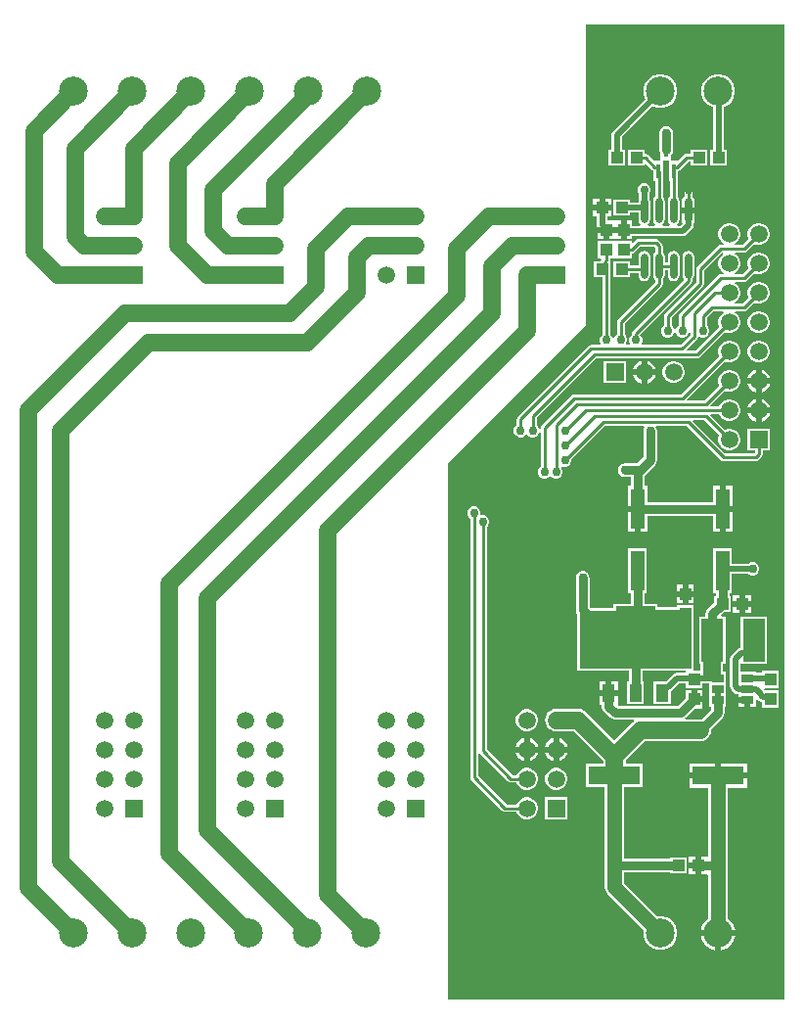
<source format=gtl>
G04*
G04 #@! TF.GenerationSoftware,Altium Limited,Altium Designer,24.5.2 (23)*
G04*
G04 Layer_Physical_Order=1*
G04 Layer_Color=255*
%FSLAX25Y25*%
%MOIN*%
G70*
G04*
G04 #@! TF.SameCoordinates,2268A734-3591-48FF-B187-AB4D2D4595D2*
G04*
G04*
G04 #@! TF.FilePolarity,Positive*
G04*
G01*
G75*
%ADD11C,0.01000*%
%ADD17R,0.03937X0.04331*%
%ADD18R,0.04331X0.03937*%
%ADD19O,0.02362X0.08661*%
%ADD20R,0.01575X0.05118*%
%ADD21R,0.17717X0.06496*%
%ADD22R,0.03937X0.02756*%
%ADD23R,0.07480X0.14567*%
%ADD24R,0.04724X0.13780*%
%ADD25R,0.04331X0.06102*%
%ADD26R,0.04331X0.06102*%
%ADD27R,0.13583X0.06102*%
%ADD44C,0.03000*%
%ADD45C,0.02000*%
%ADD46C,0.05000*%
%ADD47C,0.06000*%
%ADD48R,0.38000X0.19000*%
%ADD49R,0.06000X0.15000*%
%ADD50C,0.09843*%
%ADD51R,0.05906X0.05906*%
%ADD52C,0.05906*%
%ADD53R,0.05906X0.05906*%
%ADD54C,0.03000*%
G36*
X266404Y1313D02*
X151500D01*
Y184000D01*
X198500Y231000D01*
Y333333D01*
X266404D01*
Y1313D01*
D02*
G37*
%LPC*%
G36*
X224759Y316359D02*
X223256D01*
X221804Y315970D01*
X220502Y315218D01*
X219439Y314155D01*
X218688Y312854D01*
X218299Y311402D01*
Y309898D01*
X218688Y308447D01*
X218885Y308105D01*
X207865Y297085D01*
X207470Y296494D01*
X207331Y295796D01*
X207331Y295796D01*
Y290756D01*
X206201D01*
Y285244D01*
X212106D01*
Y290756D01*
X210976D01*
Y295041D01*
X221462Y305528D01*
X221804Y305330D01*
X223256Y304941D01*
X224759D01*
X226211Y305330D01*
X227513Y306082D01*
X228576Y307145D01*
X229327Y308447D01*
X229716Y309898D01*
Y311402D01*
X229327Y312854D01*
X228576Y314155D01*
X227513Y315218D01*
X226211Y315970D01*
X224759Y316359D01*
D02*
G37*
G36*
X226056Y298762D02*
X225164Y298584D01*
X224407Y298079D01*
X223901Y297322D01*
X223724Y296430D01*
Y290734D01*
X223901Y289841D01*
X224131Y289498D01*
X224131Y287037D01*
X223706Y286856D01*
X221869D01*
X219796Y288928D01*
X219371Y289213D01*
X218868Y289313D01*
X218799D01*
Y290756D01*
X212894D01*
Y285244D01*
X218799D01*
Y285560D01*
X219261Y285751D01*
X221189Y283823D01*
X221615Y283539D01*
X221784Y283505D01*
Y280163D01*
X222187D01*
Y274640D01*
X222081Y274569D01*
X221646Y273918D01*
X221493Y273150D01*
Y266850D01*
X221646Y266082D01*
X222081Y265431D01*
X222244Y265322D01*
X222092Y264822D01*
X219908D01*
X219756Y265322D01*
X219919Y265431D01*
X220354Y266082D01*
X220507Y266850D01*
Y273150D01*
X220354Y273918D01*
X220322Y273965D01*
Y275588D01*
X220439Y275704D01*
X220787Y276545D01*
Y277455D01*
X220439Y278296D01*
X219796Y278939D01*
X218955Y279287D01*
X218045D01*
X217204Y278939D01*
X216561Y278296D01*
X216213Y277455D01*
Y276545D01*
X216561Y275704D01*
X216678Y275588D01*
Y273965D01*
X216646Y273918D01*
X216493Y273150D01*
Y272822D01*
X213799D01*
Y273756D01*
X207894D01*
Y268244D01*
X213799D01*
Y269178D01*
X216493D01*
Y266850D01*
X216646Y266082D01*
X217081Y265431D01*
X217244Y265322D01*
X217092Y264822D01*
X214469D01*
Y266512D01*
X212500D01*
Y263347D01*
Y260181D01*
X214469D01*
Y261178D01*
X231500D01*
X231500Y261178D01*
X232197Y261316D01*
X232789Y261711D01*
X234789Y263711D01*
X234789Y263711D01*
X235184Y264303D01*
X235322Y265000D01*
X235322Y265000D01*
Y265652D01*
X235555Y265999D01*
X235724Y266850D01*
Y269000D01*
X233500D01*
X231276D01*
Y266850D01*
X231445Y265999D01*
X231636Y265714D01*
X230745Y264822D01*
X229908D01*
X229756Y265322D01*
X229919Y265431D01*
X230354Y266082D01*
X230507Y266850D01*
Y273150D01*
X230354Y273918D01*
X229919Y274569D01*
X229813Y274640D01*
Y280163D01*
X230052D01*
Y283505D01*
X230222Y283539D01*
X230647Y283823D01*
X233512Y286687D01*
X234201D01*
Y285244D01*
X240106D01*
Y290756D01*
X234201D01*
Y289313D01*
X232968D01*
X232466Y289213D01*
X232040Y288928D01*
X229967Y286856D01*
X228131D01*
X227706Y287037D01*
X227706Y287356D01*
Y289085D01*
X228211Y289841D01*
X228388Y290734D01*
Y296430D01*
X228211Y297322D01*
X227705Y298079D01*
X226948Y298584D01*
X226056Y298762D01*
D02*
G37*
G36*
X244444Y316359D02*
X242941D01*
X241489Y315970D01*
X240187Y315218D01*
X239124Y314155D01*
X238373Y312854D01*
X237984Y311402D01*
Y309898D01*
X238373Y308447D01*
X239124Y307145D01*
X240187Y306082D01*
X241489Y305330D01*
X242024Y305187D01*
Y290756D01*
X240894D01*
Y285244D01*
X246799D01*
Y290756D01*
X245669D01*
Y305270D01*
X245896Y305330D01*
X247198Y306082D01*
X248261Y307145D01*
X249012Y308447D01*
X249401Y309898D01*
Y311402D01*
X249012Y312854D01*
X248261Y314155D01*
X247198Y315218D01*
X245896Y315970D01*
X244444Y316359D01*
D02*
G37*
G36*
X207319Y273969D02*
X205153D01*
Y272000D01*
X207319D01*
Y273969D01*
D02*
G37*
G36*
X203153D02*
X200988D01*
Y272000D01*
X203153D01*
Y273969D01*
D02*
G37*
G36*
X233500Y278313D02*
X232998Y278213D01*
X232572Y277928D01*
X232287Y277502D01*
X232187Y277000D01*
Y274896D01*
X231927Y274722D01*
X231445Y274001D01*
X231276Y273150D01*
Y271000D01*
X233500D01*
X235724D01*
Y273150D01*
X235555Y274001D01*
X235072Y274722D01*
X234813Y274896D01*
Y277000D01*
X234713Y277502D01*
X234428Y277928D01*
X234002Y278213D01*
X233500Y278313D01*
D02*
G37*
G36*
X204500Y262347D02*
X202532D01*
Y260181D01*
X204500D01*
Y262347D01*
D02*
G37*
G36*
X207319Y270000D02*
X204153D01*
X200988D01*
Y268032D01*
X202331D01*
Y264890D01*
X202331Y264890D01*
X202439Y264347D01*
X205500D01*
Y263347D01*
X206500D01*
Y260181D01*
X208469D01*
Y260181D01*
X208531Y260181D01*
Y260181D01*
X210500D01*
Y263347D01*
Y266512D01*
X208531D01*
Y266512D01*
X208469Y266512D01*
Y266512D01*
X205976D01*
Y268032D01*
X207319D01*
Y270000D01*
D02*
G37*
G36*
X257992Y265740D02*
X257008D01*
X256056Y265485D01*
X255204Y264993D01*
X254507Y264297D01*
X254015Y263444D01*
X253760Y262492D01*
Y261508D01*
X254015Y260556D01*
X254083Y260439D01*
X251956Y258313D01*
X249594D01*
X249460Y258813D01*
X249797Y259007D01*
X250493Y259703D01*
X250985Y260556D01*
X251240Y261508D01*
Y262492D01*
X250985Y263444D01*
X250493Y264297D01*
X249797Y264993D01*
X248944Y265485D01*
X247992Y265740D01*
X247008D01*
X246056Y265485D01*
X245203Y264993D01*
X244507Y264297D01*
X244015Y263444D01*
X243760Y262492D01*
Y261508D01*
X244015Y260556D01*
X244507Y259703D01*
X245203Y259007D01*
X245540Y258813D01*
X245406Y258313D01*
X244500D01*
X243998Y258213D01*
X243572Y257928D01*
X236572Y250928D01*
X236287Y250502D01*
X236187Y250000D01*
Y245544D01*
X225572Y234928D01*
X225287Y234502D01*
X225187Y234000D01*
Y230922D01*
X224561Y230296D01*
X224213Y229455D01*
Y228545D01*
X224561Y227704D01*
X225204Y227061D01*
X226045Y226713D01*
X226955D01*
X227796Y227061D01*
X228439Y227704D01*
X228750Y228455D01*
X228758Y228456D01*
X229242D01*
X229250Y228455D01*
X229561Y227704D01*
X230204Y227061D01*
X231045Y226713D01*
X231955D01*
X232796Y227061D01*
X233439Y227704D01*
X233687Y228304D01*
X234187Y228204D01*
Y227544D01*
X230835Y224191D01*
X217822D01*
X217605Y224691D01*
X217909Y225424D01*
Y226334D01*
X217561Y227174D01*
X217046Y227689D01*
X234428Y245072D01*
X234713Y245498D01*
X234813Y246000D01*
Y246462D01*
X234919Y246533D01*
X235354Y247185D01*
X235507Y247953D01*
Y254252D01*
X235354Y255020D01*
X234919Y255671D01*
X234268Y256106D01*
X233500Y256259D01*
X232732Y256106D01*
X232081Y255671D01*
X231646Y255020D01*
X231493Y254252D01*
Y247953D01*
X231646Y247185D01*
X232081Y246534D01*
X232089Y246446D01*
X214693Y229049D01*
X214409Y228624D01*
X214309Y228121D01*
Y227801D01*
X213682Y227174D01*
X213334Y226334D01*
Y225424D01*
X213637Y224691D01*
X213421Y224191D01*
X212579D01*
X212388Y224653D01*
X212439Y224704D01*
X212787Y225545D01*
Y226455D01*
X212439Y227296D01*
X211813Y227922D01*
Y231456D01*
X224428Y244072D01*
X224713Y244498D01*
X224813Y245000D01*
Y246462D01*
X224919Y246533D01*
X225354Y247185D01*
X225507Y247953D01*
Y249790D01*
X226493D01*
Y247953D01*
X226646Y247185D01*
X227081Y246533D01*
X227732Y246098D01*
X228500Y245946D01*
X229268Y246098D01*
X229919Y246533D01*
X230354Y247185D01*
X230507Y247953D01*
Y254252D01*
X230354Y255020D01*
X229919Y255671D01*
X229268Y256106D01*
X228500Y256259D01*
X227732Y256106D01*
X227081Y255671D01*
X226646Y255020D01*
X226493Y254252D01*
Y252415D01*
X225507D01*
Y254252D01*
X225354Y255020D01*
X224919Y255671D01*
X224813Y255742D01*
Y258000D01*
X224713Y258502D01*
X224428Y258928D01*
X223428Y259928D01*
X223002Y260213D01*
X222500Y260313D01*
X216500D01*
X215998Y260213D01*
X215572Y259928D01*
X214718Y259074D01*
X214256Y259265D01*
Y259606D01*
X208744D01*
Y259606D01*
X208256Y259606D01*
Y259606D01*
X202744D01*
Y253701D01*
X203640D01*
X203719Y253623D01*
X203894Y253201D01*
X203710Y252925D01*
X203677Y252756D01*
X201201D01*
Y247244D01*
X204187D01*
Y227680D01*
X203682Y227174D01*
X203334Y226334D01*
Y225424D01*
X203637Y224691D01*
X203421Y224191D01*
X200379D01*
X199876Y224091D01*
X199451Y223807D01*
X175451Y199807D01*
X175166Y199381D01*
X175066Y198879D01*
Y197044D01*
X174440Y196417D01*
X174091Y195576D01*
Y194666D01*
X174440Y193826D01*
X175083Y193182D01*
X175924Y192834D01*
X176834D01*
X177674Y193182D01*
X178071Y193579D01*
X178513Y193692D01*
X178705Y193560D01*
X179204Y193061D01*
X180045Y192713D01*
X180955D01*
X181796Y193061D01*
X182439Y193704D01*
X182687Y194304D01*
X183187Y194204D01*
Y182922D01*
X182561Y182296D01*
X182213Y181455D01*
Y180545D01*
X182561Y179704D01*
X183204Y179061D01*
X184045Y178713D01*
X184955D01*
X185796Y179061D01*
X186173Y179438D01*
X186500Y179663D01*
X186827Y179438D01*
X187204Y179061D01*
X188045Y178713D01*
X188955D01*
X189796Y179061D01*
X190439Y179704D01*
X190787Y180545D01*
Y181455D01*
X190439Y182296D01*
X190223Y182512D01*
X190506Y182936D01*
X191045Y182713D01*
X191955D01*
X192796Y183061D01*
X193439Y183704D01*
X193787Y184545D01*
Y185431D01*
X205044Y196687D01*
X218275D01*
X218542Y196187D01*
X218345Y195893D01*
X218168Y195000D01*
Y185966D01*
X216134Y183933D01*
X216106Y183938D01*
X211877D01*
X210985Y183761D01*
X210228Y183255D01*
X209722Y182499D01*
X209545Y181606D01*
X209722Y180713D01*
X210228Y179957D01*
X210985Y179451D01*
X211877Y179274D01*
X213878D01*
Y176304D01*
X212848D01*
Y169414D01*
X216210D01*
Y168414D01*
X217210D01*
Y160524D01*
X219572D01*
Y166082D01*
X241848D01*
Y160524D01*
X244210D01*
Y168414D01*
Y176304D01*
X241848D01*
Y170746D01*
X219572D01*
Y176304D01*
X218542D01*
Y179744D01*
X222149Y183351D01*
X222655Y184107D01*
X222832Y185000D01*
Y195000D01*
X222655Y195893D01*
X222458Y196187D01*
X222725Y196687D01*
X232956D01*
X244572Y185072D01*
X244998Y184787D01*
X245500Y184687D01*
X256500D01*
X257002Y184787D01*
X257428Y185072D01*
X258428Y186072D01*
X258713Y186498D01*
X258813Y187000D01*
Y188260D01*
X261240D01*
Y195740D01*
X253760D01*
Y188260D01*
X256187D01*
Y187544D01*
X255956Y187313D01*
X246044D01*
X235131Y198225D01*
X235322Y198687D01*
X238956D01*
X244083Y193561D01*
X244015Y193444D01*
X243760Y192492D01*
Y191508D01*
X244015Y190556D01*
X244507Y189704D01*
X245203Y189007D01*
X246056Y188515D01*
X247008Y188260D01*
X247992D01*
X248944Y188515D01*
X249797Y189007D01*
X250493Y189704D01*
X250985Y190556D01*
X251240Y191508D01*
Y192492D01*
X250985Y193444D01*
X250493Y194297D01*
X249797Y194993D01*
X248944Y195485D01*
X247992Y195740D01*
X247008D01*
X246056Y195485D01*
X245939Y195417D01*
X241131Y200225D01*
X241322Y200687D01*
X243980D01*
X244015Y200556D01*
X244507Y199704D01*
X245203Y199007D01*
X246056Y198515D01*
X247008Y198260D01*
X247992D01*
X248944Y198515D01*
X249797Y199007D01*
X250493Y199704D01*
X250985Y200556D01*
X251240Y201508D01*
Y202492D01*
X250985Y203444D01*
X250493Y204296D01*
X249797Y204993D01*
X248944Y205485D01*
X247992Y205740D01*
X247008D01*
X246056Y205485D01*
X245203Y204993D01*
X244507Y204296D01*
X244015Y203444D01*
X243980Y203313D01*
X241322D01*
X241131Y203775D01*
X245939Y208583D01*
X246056Y208515D01*
X247008Y208260D01*
X247992D01*
X248944Y208515D01*
X249797Y209007D01*
X250493Y209703D01*
X250985Y210556D01*
X251240Y211508D01*
Y212492D01*
X250985Y213444D01*
X250493Y214297D01*
X249797Y214993D01*
X248944Y215485D01*
X247992Y215740D01*
X247008D01*
X246056Y215485D01*
X245203Y214993D01*
X244507Y214297D01*
X244015Y213444D01*
X243760Y212492D01*
Y211508D01*
X244015Y210556D01*
X244083Y210439D01*
X238956Y205313D01*
X233322D01*
X233131Y205775D01*
X245939Y218583D01*
X246056Y218515D01*
X247008Y218260D01*
X247992D01*
X248944Y218515D01*
X249797Y219007D01*
X250493Y219704D01*
X250985Y220556D01*
X251240Y221508D01*
Y222492D01*
X250985Y223444D01*
X250493Y224296D01*
X249797Y224993D01*
X248944Y225485D01*
X247992Y225740D01*
X247008D01*
X246056Y225485D01*
X245203Y224993D01*
X244507Y224296D01*
X244015Y223444D01*
X243760Y222492D01*
Y221508D01*
X244015Y220556D01*
X244083Y220439D01*
X230956Y207313D01*
X194500D01*
X193998Y207213D01*
X193572Y206928D01*
X183572Y196928D01*
X183287Y196502D01*
X183187Y196000D01*
Y195796D01*
X182687Y195696D01*
X182439Y196296D01*
X181813Y196922D01*
Y199456D01*
X202044Y219687D01*
X236500D01*
X237002Y219787D01*
X237428Y220072D01*
X245939Y228583D01*
X246056Y228515D01*
X247008Y228260D01*
X247992D01*
X248944Y228515D01*
X249797Y229007D01*
X250493Y229703D01*
X250985Y230556D01*
X251240Y231508D01*
Y232492D01*
X250985Y233444D01*
X250493Y234296D01*
X249797Y234993D01*
X249460Y235187D01*
X249594Y235687D01*
X252500D01*
X253002Y235787D01*
X253428Y236072D01*
X255939Y238583D01*
X256056Y238515D01*
X257008Y238260D01*
X257992D01*
X258944Y238515D01*
X259797Y239007D01*
X260493Y239703D01*
X260985Y240556D01*
X261240Y241508D01*
Y242492D01*
X260985Y243444D01*
X260493Y244297D01*
X259797Y244993D01*
X258944Y245485D01*
X257992Y245740D01*
X257008D01*
X256056Y245485D01*
X255204Y244993D01*
X254507Y244297D01*
X254015Y243444D01*
X253760Y242492D01*
Y241508D01*
X254015Y240556D01*
X254083Y240439D01*
X251956Y238313D01*
X249594D01*
X249460Y238813D01*
X249797Y239007D01*
X250493Y239703D01*
X250985Y240556D01*
X251240Y241508D01*
Y242492D01*
X250985Y243444D01*
X250493Y244297D01*
X249797Y244993D01*
X249460Y245187D01*
X249594Y245687D01*
X252500D01*
X253002Y245787D01*
X253428Y246072D01*
X255939Y248583D01*
X256056Y248515D01*
X257008Y248260D01*
X257992D01*
X258944Y248515D01*
X259797Y249007D01*
X260493Y249704D01*
X260985Y250556D01*
X261240Y251508D01*
Y252492D01*
X260985Y253444D01*
X260493Y254296D01*
X259797Y254993D01*
X258944Y255485D01*
X257992Y255740D01*
X257008D01*
X256056Y255485D01*
X255204Y254993D01*
X254507Y254296D01*
X254015Y253444D01*
X253760Y252492D01*
Y251508D01*
X254015Y250556D01*
X254083Y250439D01*
X251956Y248313D01*
X249594D01*
X249460Y248813D01*
X249797Y249007D01*
X250493Y249704D01*
X250985Y250556D01*
X251240Y251508D01*
Y252492D01*
X250985Y253444D01*
X250493Y254296D01*
X249797Y254993D01*
X249460Y255187D01*
X249594Y255687D01*
X252500D01*
X253002Y255787D01*
X253428Y256072D01*
X255939Y258583D01*
X256056Y258515D01*
X257008Y258260D01*
X257992D01*
X258944Y258515D01*
X259797Y259007D01*
X260493Y259703D01*
X260985Y260556D01*
X261240Y261508D01*
Y262492D01*
X260985Y263444D01*
X260493Y264297D01*
X259797Y264993D01*
X258944Y265485D01*
X257992Y265740D01*
D02*
G37*
G36*
Y235740D02*
X257008D01*
X256056Y235485D01*
X255204Y234993D01*
X254507Y234296D01*
X254015Y233444D01*
X253760Y232492D01*
Y231508D01*
X254015Y230556D01*
X254507Y229703D01*
X255204Y229007D01*
X256056Y228515D01*
X257008Y228260D01*
X257992D01*
X258944Y228515D01*
X259797Y229007D01*
X260493Y229703D01*
X260985Y230556D01*
X261240Y231508D01*
Y232492D01*
X260985Y233444D01*
X260493Y234296D01*
X259797Y234993D01*
X258944Y235485D01*
X257992Y235740D01*
D02*
G37*
G36*
Y225740D02*
X257008D01*
X256056Y225485D01*
X255204Y224993D01*
X254507Y224296D01*
X254015Y223444D01*
X253760Y222492D01*
Y221508D01*
X254015Y220556D01*
X254507Y219704D01*
X255204Y219007D01*
X256056Y218515D01*
X257008Y218260D01*
X257992D01*
X258944Y218515D01*
X259797Y219007D01*
X260493Y219704D01*
X260985Y220556D01*
X261240Y221508D01*
Y222492D01*
X260985Y223444D01*
X260493Y224296D01*
X259797Y224993D01*
X258944Y225485D01*
X257992Y225740D01*
D02*
G37*
G36*
X219500Y218824D02*
Y216000D01*
X222324D01*
X222183Y216526D01*
X221663Y217427D01*
X220927Y218163D01*
X220026Y218683D01*
X219500Y218824D01*
D02*
G37*
G36*
X217500D02*
X216974Y218683D01*
X216073Y218163D01*
X215337Y217427D01*
X214817Y216526D01*
X214676Y216000D01*
X217500D01*
Y218824D01*
D02*
G37*
G36*
X258500Y215824D02*
Y213000D01*
X261324D01*
X261183Y213526D01*
X260663Y214427D01*
X259927Y215163D01*
X259026Y215683D01*
X258500Y215824D01*
D02*
G37*
G36*
X256500D02*
X255974Y215683D01*
X255073Y215163D01*
X254337Y214427D01*
X253817Y213526D01*
X253676Y213000D01*
X256500D01*
Y215824D01*
D02*
G37*
G36*
X228992Y218740D02*
X228008D01*
X227056Y218485D01*
X226203Y217993D01*
X225507Y217297D01*
X225015Y216444D01*
X224760Y215492D01*
Y214508D01*
X225015Y213556D01*
X225507Y212703D01*
X226203Y212007D01*
X227056Y211515D01*
X228008Y211260D01*
X228992D01*
X229944Y211515D01*
X230797Y212007D01*
X231493Y212703D01*
X231985Y213556D01*
X232240Y214508D01*
Y215492D01*
X231985Y216444D01*
X231493Y217297D01*
X230797Y217993D01*
X229944Y218485D01*
X228992Y218740D01*
D02*
G37*
G36*
X212240D02*
X204760D01*
Y211260D01*
X212240D01*
Y218740D01*
D02*
G37*
G36*
X222324Y214000D02*
X219500D01*
Y211176D01*
X220026Y211317D01*
X220927Y211837D01*
X221663Y212573D01*
X222183Y213474D01*
X222324Y214000D01*
D02*
G37*
G36*
X217500D02*
X214676D01*
X214817Y213474D01*
X215337Y212573D01*
X216073Y211837D01*
X216974Y211317D01*
X217500Y211176D01*
Y214000D01*
D02*
G37*
G36*
X261324Y211000D02*
X258500D01*
Y208176D01*
X259026Y208317D01*
X259927Y208837D01*
X260663Y209573D01*
X261183Y210474D01*
X261324Y211000D01*
D02*
G37*
G36*
X256500D02*
X253676D01*
X253817Y210474D01*
X254337Y209573D01*
X255073Y208837D01*
X255974Y208317D01*
X256500Y208176D01*
Y211000D01*
D02*
G37*
G36*
X258500Y205824D02*
Y203000D01*
X261324D01*
X261183Y203526D01*
X260663Y204427D01*
X259927Y205163D01*
X259026Y205683D01*
X258500Y205824D01*
D02*
G37*
G36*
X256500D02*
X255974Y205683D01*
X255073Y205163D01*
X254337Y204427D01*
X253817Y203526D01*
X253676Y203000D01*
X256500D01*
Y205824D01*
D02*
G37*
G36*
X261324Y201000D02*
X258500D01*
Y198176D01*
X259026Y198317D01*
X259927Y198837D01*
X260663Y199573D01*
X261183Y200474D01*
X261324Y201000D01*
D02*
G37*
G36*
X256500D02*
X253676D01*
X253817Y200474D01*
X254337Y199573D01*
X255073Y198837D01*
X255974Y198317D01*
X256500Y198176D01*
Y201000D01*
D02*
G37*
G36*
X248572Y176304D02*
X246210D01*
Y169414D01*
X248572D01*
Y176304D01*
D02*
G37*
G36*
Y167414D02*
X246210D01*
Y160524D01*
X248572D01*
Y167414D01*
D02*
G37*
G36*
X215210D02*
X212848D01*
Y160524D01*
X215210D01*
Y167414D01*
D02*
G37*
G36*
X235469Y142512D02*
X233500D01*
Y140347D01*
X235469D01*
Y142512D01*
D02*
G37*
G36*
X231500D02*
X229532D01*
Y140347D01*
X231500D01*
Y142512D01*
D02*
G37*
G36*
X255012Y138969D02*
X252846D01*
Y137000D01*
X255012D01*
Y138969D01*
D02*
G37*
G36*
X250846D02*
X248681D01*
Y137000D01*
X250846D01*
Y138969D01*
D02*
G37*
G36*
X235469Y138347D02*
X233500D01*
Y136181D01*
X235469D01*
Y138347D01*
D02*
G37*
G36*
X231500D02*
X229532D01*
Y136181D01*
X231500D01*
Y138347D01*
D02*
G37*
G36*
X255012Y135000D02*
X252846D01*
Y133031D01*
X255012D01*
Y135000D01*
D02*
G37*
G36*
X250846D02*
X248681D01*
Y133031D01*
X250846D01*
Y135000D01*
D02*
G37*
G36*
X248360Y155067D02*
X242060D01*
Y139713D01*
X242878D01*
Y138756D01*
X242201D01*
Y136346D01*
X240091Y134236D01*
X239585Y133479D01*
X239408Y132587D01*
Y131839D01*
X237213D01*
Y115697D01*
X237697D01*
Y113299D01*
X235580D01*
X235456Y113444D01*
X235263Y113799D01*
X235303Y114000D01*
Y133000D01*
X235256Y133236D01*
Y135606D01*
X229744D01*
Y134986D01*
X223079D01*
Y136126D01*
X218542D01*
Y139713D01*
X219360D01*
Y155067D01*
X213060D01*
Y139713D01*
X213878D01*
Y136126D01*
X207921D01*
Y134620D01*
X200179D01*
X199832Y134966D01*
Y145000D01*
X199787Y145225D01*
Y145455D01*
X199699Y145667D01*
X199655Y145893D01*
X199527Y146083D01*
X199439Y146296D01*
X199277Y146458D01*
X199149Y146649D01*
X198958Y146777D01*
X198796Y146939D01*
X198583Y147027D01*
X198392Y147155D01*
X198167Y147199D01*
X197955Y147287D01*
X197725D01*
X197500Y147332D01*
X197275Y147287D01*
X197045D01*
X196833Y147199D01*
X196607Y147155D01*
X196416Y147027D01*
X196204Y146939D01*
X196042Y146777D01*
X195851Y146649D01*
X195723Y146458D01*
X195561Y146296D01*
X195473Y146083D01*
X195345Y145893D01*
X195300Y145667D01*
X195213Y145455D01*
Y145225D01*
X195168Y145000D01*
Y134000D01*
X195345Y133107D01*
X195697Y132581D01*
Y114000D01*
X195758Y113693D01*
X195932Y113432D01*
X196193Y113258D01*
X196500Y113197D01*
X213168D01*
Y109551D01*
X212547D01*
Y101874D01*
X218453D01*
Y109551D01*
X217832D01*
Y113197D01*
X232744D01*
Y112563D01*
X229583D01*
X229583Y112563D01*
X228885Y112424D01*
X228294Y112029D01*
X228294Y112029D01*
X225851Y109586D01*
X225720D01*
X225544Y109551D01*
X221602D01*
Y101874D01*
X227508D01*
Y106217D01*
X227895Y106475D01*
X230338Y108918D01*
X232744D01*
Y107394D01*
X238256D01*
Y108918D01*
X240744D01*
Y104835D01*
Y101094D01*
X241168D01*
Y99966D01*
X237961Y96759D01*
X237500Y96820D01*
X232601D01*
X232450Y97320D01*
X232496Y97351D01*
X235633Y100488D01*
X238469D01*
Y102654D01*
X235500D01*
Y103654D01*
X234500D01*
Y106819D01*
X232531D01*
Y103983D01*
X229880Y101332D01*
X209974D01*
X209610Y101661D01*
Y104713D01*
X203279D01*
Y101661D01*
X204113D01*
Y101055D01*
X204290Y100163D01*
X204796Y99406D01*
X206851Y97351D01*
X207608Y96845D01*
X208500Y96668D01*
X214954D01*
X215123Y96168D01*
X214515Y95701D01*
X208358Y89544D01*
X198701Y99201D01*
X197910Y99808D01*
X196989Y100190D01*
X196494Y100255D01*
X196000Y100320D01*
X188500D01*
X187511Y100190D01*
X186590Y99808D01*
X185799Y99201D01*
X185192Y98410D01*
X184810Y97489D01*
X184680Y96500D01*
X184810Y95511D01*
X185192Y94590D01*
X185799Y93799D01*
X186590Y93192D01*
X187511Y92810D01*
X188500Y92680D01*
X194418D01*
X204538Y82559D01*
Y81611D01*
X198713D01*
Y73540D01*
X205043D01*
Y47000D01*
Y39649D01*
X205155Y38791D01*
X205487Y37991D01*
X206014Y37305D01*
X218355Y24963D01*
X218299Y24752D01*
Y23248D01*
X218688Y21797D01*
X219439Y20495D01*
X220502Y19432D01*
X221804Y18680D01*
X223256Y18291D01*
X224759D01*
X226211Y18680D01*
X227513Y19432D01*
X228576Y20495D01*
X229327Y21797D01*
X229716Y23248D01*
Y24752D01*
X229327Y26204D01*
X228576Y27505D01*
X227513Y28568D01*
X226211Y29320D01*
X224759Y29709D01*
X223256D01*
X223045Y29652D01*
X211674Y41023D01*
Y44668D01*
X227201D01*
Y44244D01*
X233106D01*
Y49756D01*
X227201D01*
Y49332D01*
X211674D01*
Y73540D01*
X218004D01*
Y81611D01*
X212178D01*
Y82559D01*
X218799Y89180D01*
X237500D01*
X238489Y89310D01*
X239410Y89692D01*
X240201Y90299D01*
X240808Y91090D01*
X241190Y92011D01*
X241320Y93000D01*
X241259Y93461D01*
X245149Y97351D01*
X245655Y98107D01*
X245832Y99000D01*
Y101094D01*
X246256D01*
Y104835D01*
Y108575D01*
Y112906D01*
X245303D01*
Y115697D01*
X246268D01*
Y131839D01*
X244944D01*
X244752Y132300D01*
X245696Y133244D01*
X248106D01*
Y138756D01*
X247542D01*
Y139713D01*
X248360D01*
Y146178D01*
X254088D01*
X254204Y146061D01*
X255045Y145713D01*
X255955D01*
X256796Y146061D01*
X257439Y146704D01*
X257787Y147545D01*
Y148455D01*
X257439Y149296D01*
X256796Y149939D01*
X255955Y150287D01*
X255045D01*
X254204Y149939D01*
X254088Y149822D01*
X248360D01*
Y155067D01*
D02*
G37*
G36*
X209610Y109764D02*
X207445D01*
Y106713D01*
X209610D01*
Y109764D01*
D02*
G37*
G36*
X205445D02*
X203279D01*
Y106713D01*
X205445D01*
Y109764D01*
D02*
G37*
G36*
X238469Y106819D02*
X236500D01*
Y104654D01*
X238469D01*
Y106819D01*
D02*
G37*
G36*
X252736Y102260D02*
X250768D01*
Y100882D01*
X252736D01*
Y102260D01*
D02*
G37*
G36*
X260441Y131839D02*
X251386D01*
Y121163D01*
X250814Y121049D01*
X250223Y120654D01*
X248211Y118643D01*
X247816Y118052D01*
X247678Y117354D01*
X247678Y117354D01*
Y108000D01*
X247678Y108000D01*
X247816Y107303D01*
X248211Y106711D01*
X249211Y105711D01*
X249211Y105711D01*
X249803Y105316D01*
X250500Y105178D01*
X250768D01*
Y104260D01*
X253736D01*
Y103260D01*
X254736D01*
Y100882D01*
X256705D01*
Y103192D01*
X257205Y103400D01*
X257581Y103023D01*
X257581Y103023D01*
X258172Y102628D01*
X258744Y102514D01*
Y100701D01*
X264256D01*
Y106606D01*
X259549D01*
X259286Y106937D01*
X259485Y107394D01*
X264256D01*
Y113299D01*
X258744D01*
Y112563D01*
X256492D01*
Y112906D01*
X251322D01*
Y115223D01*
X251386Y115697D01*
X260441D01*
Y131839D01*
D02*
G37*
G36*
X178992Y100240D02*
X178008D01*
X177056Y99985D01*
X176204Y99493D01*
X175507Y98796D01*
X175015Y97944D01*
X174760Y96992D01*
Y96008D01*
X175015Y95056D01*
X175507Y94204D01*
X176204Y93507D01*
X177056Y93015D01*
X178008Y92760D01*
X178992D01*
X179944Y93015D01*
X180797Y93507D01*
X181493Y94204D01*
X181985Y95056D01*
X182240Y96008D01*
Y96992D01*
X181985Y97944D01*
X181493Y98796D01*
X180797Y99493D01*
X179944Y99985D01*
X178992Y100240D01*
D02*
G37*
G36*
X189500Y90324D02*
Y87500D01*
X192324D01*
X192183Y88026D01*
X191663Y88927D01*
X190927Y89663D01*
X190026Y90183D01*
X189500Y90324D01*
D02*
G37*
G36*
X179500D02*
Y87500D01*
X182324D01*
X182183Y88026D01*
X181663Y88927D01*
X180927Y89663D01*
X180026Y90183D01*
X179500Y90324D01*
D02*
G37*
G36*
X187500D02*
X186974Y90183D01*
X186073Y89663D01*
X185337Y88927D01*
X184817Y88026D01*
X184676Y87500D01*
X187500D01*
Y90324D01*
D02*
G37*
G36*
X177500D02*
X176974Y90183D01*
X176073Y89663D01*
X175337Y88927D01*
X174817Y88026D01*
X174676Y87500D01*
X177500D01*
Y90324D01*
D02*
G37*
G36*
X192324Y85500D02*
X189500D01*
Y82676D01*
X190026Y82817D01*
X190927Y83337D01*
X191663Y84073D01*
X192183Y84974D01*
X192324Y85500D01*
D02*
G37*
G36*
X182324D02*
X179500D01*
Y82676D01*
X180026Y82817D01*
X180927Y83337D01*
X181663Y84073D01*
X182183Y84974D01*
X182324Y85500D01*
D02*
G37*
G36*
X187500D02*
X184676D01*
X184817Y84974D01*
X185337Y84073D01*
X186073Y83337D01*
X186974Y82817D01*
X187500Y82676D01*
Y85500D01*
D02*
G37*
G36*
X177500D02*
X174676D01*
X174817Y84974D01*
X175337Y84073D01*
X176073Y83337D01*
X176974Y82817D01*
X177500Y82676D01*
Y85500D01*
D02*
G37*
G36*
X253648Y81824D02*
X244790D01*
Y78576D01*
X253648D01*
Y81824D01*
D02*
G37*
G36*
X242790D02*
X233932D01*
Y78576D01*
X242790D01*
Y81824D01*
D02*
G37*
G36*
X188992Y80240D02*
X188008D01*
X187056Y79985D01*
X186204Y79493D01*
X185507Y78796D01*
X185015Y77944D01*
X184760Y76992D01*
Y76008D01*
X185015Y75056D01*
X185507Y74203D01*
X186204Y73507D01*
X187056Y73015D01*
X188008Y72760D01*
X188992D01*
X189944Y73015D01*
X190796Y73507D01*
X191493Y74203D01*
X191985Y75056D01*
X192240Y76008D01*
Y76992D01*
X191985Y77944D01*
X191493Y78796D01*
X190796Y79493D01*
X189944Y79985D01*
X188992Y80240D01*
D02*
G37*
G36*
X160955Y169287D02*
X160045D01*
X159204Y168939D01*
X158561Y168296D01*
X158213Y167455D01*
Y166545D01*
X158561Y165704D01*
X159187Y165078D01*
Y77000D01*
X159287Y76498D01*
X159572Y76072D01*
X170072Y65572D01*
X170498Y65287D01*
X171000Y65187D01*
X174980D01*
X175015Y65056D01*
X175507Y64204D01*
X176204Y63507D01*
X177056Y63015D01*
X178008Y62760D01*
X178992D01*
X179944Y63015D01*
X180797Y63507D01*
X181493Y64204D01*
X181985Y65056D01*
X182240Y66008D01*
Y66992D01*
X181985Y67944D01*
X181493Y68796D01*
X180797Y69493D01*
X179944Y69985D01*
X178992Y70240D01*
X178008D01*
X177056Y69985D01*
X176204Y69493D01*
X175507Y68796D01*
X175015Y67944D01*
X174980Y67813D01*
X171544D01*
X161813Y77544D01*
Y85155D01*
X162276Y85464D01*
X162313Y85460D01*
X162572Y85072D01*
X172072Y75572D01*
X172498Y75287D01*
X173000Y75187D01*
X174980D01*
X175015Y75056D01*
X175507Y74203D01*
X176204Y73507D01*
X177056Y73015D01*
X178008Y72760D01*
X178992D01*
X179944Y73015D01*
X180797Y73507D01*
X181493Y74203D01*
X181985Y75056D01*
X182240Y76008D01*
Y76992D01*
X181985Y77944D01*
X181493Y78796D01*
X180797Y79493D01*
X179944Y79985D01*
X178992Y80240D01*
X178008D01*
X177056Y79985D01*
X176204Y79493D01*
X175507Y78796D01*
X175015Y77944D01*
X174980Y77813D01*
X173544D01*
X164813Y86544D01*
Y162078D01*
X165439Y162704D01*
X165787Y163545D01*
Y164455D01*
X165439Y165296D01*
X164796Y165939D01*
X163955Y166287D01*
X163222D01*
X162949Y166449D01*
X162787Y166722D01*
Y167455D01*
X162439Y168296D01*
X161796Y168939D01*
X160955Y169287D01*
D02*
G37*
G36*
X192240Y70240D02*
X184760D01*
Y62760D01*
X192240D01*
Y70240D01*
D02*
G37*
G36*
X235846Y49968D02*
X233681D01*
Y48000D01*
X235846D01*
Y49968D01*
D02*
G37*
G36*
Y46000D02*
X233681D01*
Y44032D01*
X235846D01*
Y46000D01*
D02*
G37*
G36*
X253648Y76576D02*
X233932D01*
Y73328D01*
X240377D01*
Y50295D01*
X240012Y49968D01*
X237846D01*
Y47000D01*
Y44032D01*
X240012D01*
X240377Y43705D01*
Y28906D01*
X239918Y28599D01*
X239093Y27775D01*
X238445Y26805D01*
X237999Y25727D01*
X237854Y25000D01*
X243692D01*
X249531D01*
X249386Y25727D01*
X248940Y26805D01*
X248292Y27775D01*
X247467Y28599D01*
X247008Y28906D01*
Y47000D01*
Y73328D01*
X253648D01*
Y76576D01*
D02*
G37*
G36*
X249531Y23000D02*
X244692D01*
Y18162D01*
X245420Y18306D01*
X246497Y18753D01*
X247467Y19401D01*
X248292Y20225D01*
X248940Y21195D01*
X249386Y22273D01*
X249531Y23000D01*
D02*
G37*
G36*
X242692D02*
X237854D01*
X237999Y22273D01*
X238445Y21195D01*
X239093Y20225D01*
X239918Y19401D01*
X240888Y18753D01*
X241965Y18306D01*
X242692Y18162D01*
Y23000D01*
D02*
G37*
%LPD*%
G36*
X226902Y286856D02*
X226902Y286537D01*
Y280163D01*
X227187D01*
Y274640D01*
X227081Y274569D01*
X226646Y273918D01*
X226493Y273150D01*
Y266850D01*
X226646Y266082D01*
X227081Y265431D01*
X227244Y265322D01*
X227092Y264822D01*
X224908D01*
X224756Y265322D01*
X224919Y265431D01*
X225354Y266082D01*
X225507Y266850D01*
Y273150D01*
X225354Y273918D01*
X224919Y274569D01*
X224813Y274640D01*
Y280163D01*
X224934D01*
Y286537D01*
X224934Y286856D01*
X225359Y287037D01*
X226478D01*
X226902Y286856D01*
D02*
G37*
G36*
X222187Y257456D02*
Y255742D01*
X222081Y255671D01*
X221646Y255020D01*
X221493Y254252D01*
Y247953D01*
X221646Y247185D01*
X222081Y246533D01*
X222187Y246462D01*
Y245544D01*
X209572Y232928D01*
X209287Y232502D01*
X209187Y232000D01*
Y227922D01*
X208561Y227296D01*
X208306Y226681D01*
X207765D01*
X207560Y227174D01*
X206917Y227818D01*
X206813Y227861D01*
Y247244D01*
X207106D01*
Y252756D01*
X207013D01*
X206813Y253000D01*
Y253701D01*
X208256D01*
Y253701D01*
X208744Y253701D01*
Y253701D01*
X214256D01*
Y255361D01*
X214656Y255441D01*
X215082Y255725D01*
X217044Y257687D01*
X221956D01*
X222187Y257456D01*
D02*
G37*
G36*
X245143Y255535D02*
X245240Y255014D01*
X245203Y254993D01*
X244507Y254296D01*
X244015Y253444D01*
X243760Y252492D01*
Y251508D01*
X244015Y250556D01*
X244507Y249704D01*
X245203Y249007D01*
X245540Y248813D01*
X245406Y248313D01*
X244500D01*
X243998Y248213D01*
X243572Y247928D01*
X230572Y234928D01*
X230287Y234502D01*
X230187Y234000D01*
Y230922D01*
X229561Y230296D01*
X229250Y229545D01*
X229242Y229544D01*
X228758D01*
X228750Y229545D01*
X228439Y230296D01*
X227813Y230922D01*
Y233456D01*
X238428Y244072D01*
X238713Y244498D01*
X238813Y245000D01*
Y249456D01*
X244925Y255569D01*
X245143Y255535D01*
D02*
G37*
G36*
X245540Y235187D02*
X245203Y234993D01*
X244507Y234296D01*
X244015Y233444D01*
X243760Y232492D01*
Y231508D01*
X244015Y230556D01*
X244083Y230439D01*
X235956Y222313D01*
X233322D01*
X233131Y222775D01*
X236428Y226072D01*
X236713Y226498D01*
X236770Y226788D01*
X236948Y226900D01*
X237235Y227013D01*
X237313Y227016D01*
X238045Y226713D01*
X238955D01*
X239796Y227061D01*
X240439Y227704D01*
X240787Y228545D01*
Y229455D01*
X240439Y230296D01*
X239813Y230922D01*
Y233456D01*
X242044Y235687D01*
X245406D01*
X245540Y235187D01*
D02*
G37*
%LPC*%
G36*
X218500Y256259D02*
X217732Y256106D01*
X217081Y255671D01*
X216646Y255020D01*
X216493Y254252D01*
Y251313D01*
X213799D01*
Y252756D01*
X207894D01*
Y247244D01*
X213799D01*
Y248687D01*
X216493D01*
Y247953D01*
X216646Y247185D01*
X217081Y246533D01*
X217732Y246098D01*
X218500Y245946D01*
X219268Y246098D01*
X219919Y246533D01*
X220354Y247185D01*
X220507Y247953D01*
Y254252D01*
X220354Y255020D01*
X219919Y255671D01*
X219268Y256106D01*
X218500Y256259D01*
D02*
G37*
%LPD*%
D11*
X228477Y284464D02*
X228765Y284751D01*
X232968Y288000D02*
X237154D01*
X228477Y283509D02*
Y284464D01*
X228765Y284751D02*
X229719D01*
X232968Y288000D01*
X223072Y284751D02*
X223359Y284464D01*
Y283509D02*
Y284464D01*
X222117Y284751D02*
X223072D01*
X218868Y288000D02*
X222117Y284751D01*
X215846Y288000D02*
X218868D01*
X228500Y270000D02*
Y283487D01*
X228477Y283509D02*
X228500Y283487D01*
X223359Y283509D02*
X223500Y283368D01*
Y270000D02*
Y283368D01*
X205500Y226000D02*
X205621Y225879D01*
X205500Y226000D02*
Y248654D01*
X204153Y250000D02*
X204923Y250769D01*
X176379Y198879D02*
X200379Y222879D01*
X231379D02*
X235500Y227000D01*
X200379Y222879D02*
X231379D01*
X184500Y196000D02*
X194500Y206000D01*
X231500D01*
X247500Y222000D01*
X239500Y204000D02*
X247500Y212000D01*
X188500Y197000D02*
X195500Y204000D01*
X239500D01*
X176379Y195121D02*
Y198879D01*
X180500Y195000D02*
Y200000D01*
X201500Y221000D02*
X236500D01*
X180500Y200000D02*
X201500Y221000D01*
X204153Y250000D02*
X205500Y248654D01*
X210500Y226000D02*
Y232000D01*
X223500Y245000D01*
X215621Y228121D02*
X233500Y246000D01*
X215621Y225879D02*
Y228121D01*
X163500Y86000D02*
Y164000D01*
Y86000D02*
X173000Y76500D01*
X178500D01*
X160500Y77000D02*
Y167000D01*
Y77000D02*
X171000Y66500D01*
X178500D01*
X184500Y181000D02*
Y196000D01*
X188500Y181000D02*
Y197000D01*
X191500Y195000D02*
X198500Y202000D01*
X191500Y190000D02*
X201500Y200000D01*
X204500Y198000D02*
X233500D01*
X191500Y185000D02*
X204500Y198000D01*
X236500Y221000D02*
X247500Y232000D01*
X235500Y227000D02*
Y235000D01*
X242500Y242000D01*
X231500Y229000D02*
Y234000D01*
X244500Y247000D01*
X238500Y229000D02*
Y234000D01*
X239500Y200000D02*
X247500Y192000D01*
X233500Y198000D02*
X245500Y186000D01*
X201500Y200000D02*
X239500D01*
X198500Y202000D02*
X247500D01*
X245500Y186000D02*
X256500D01*
X257500Y187000D02*
Y192000D01*
X256500Y186000D02*
X257500Y187000D01*
X242500Y242000D02*
X247500D01*
X238500Y234000D02*
X241500Y237000D01*
X252500D01*
X257500Y242000D01*
X244500Y247000D02*
X252500D01*
X237500Y250000D02*
X244500Y257000D01*
X237500Y245000D02*
Y250000D01*
X226500Y234000D02*
X237500Y245000D01*
X244500Y257000D02*
X252500D01*
X226500Y229000D02*
Y234000D01*
X252500Y247000D02*
X257500Y252000D01*
X252500Y257000D02*
X257500Y262000D01*
X223500Y245000D02*
Y251102D01*
X233500Y246000D02*
Y251102D01*
Y270000D02*
Y277000D01*
X205500Y253000D02*
Y256653D01*
X204923Y250769D02*
Y252423D01*
X205500Y253000D01*
X218500Y270000D02*
Y270371D01*
X217871Y271000D02*
X218500Y270371D01*
X217871Y250000D02*
X218500Y250629D01*
Y251102D01*
X210846Y250000D02*
X217871D01*
X223500Y251102D02*
X228500D01*
X223500D02*
Y258000D01*
X222500Y259000D02*
X223500Y258000D01*
X216500Y259000D02*
X222500D01*
X211500Y256653D02*
X214154D01*
X216500Y259000D01*
D17*
X211500Y263347D02*
D03*
Y256653D02*
D03*
X205500Y256653D02*
D03*
Y263347D02*
D03*
X261500Y103654D02*
D03*
Y110346D02*
D03*
X235500Y103654D02*
D03*
Y110346D02*
D03*
X232500Y139347D02*
D03*
Y132653D02*
D03*
D18*
X204153Y250000D02*
D03*
X210846D02*
D03*
X243847Y288000D02*
D03*
X237154D02*
D03*
X209154D02*
D03*
X215846D02*
D03*
X251847Y136000D02*
D03*
X245153D02*
D03*
X236846Y47000D02*
D03*
X230153D02*
D03*
X210846Y271000D02*
D03*
X204153D02*
D03*
D19*
X233500Y270000D02*
D03*
X228500D02*
D03*
X223500D02*
D03*
X218500D02*
D03*
X233500Y251102D02*
D03*
X228500D02*
D03*
X223500D02*
D03*
X218500D02*
D03*
D20*
X225918Y290596D02*
D03*
X228477Y283509D02*
D03*
X223359D02*
D03*
D21*
X243790Y77576D02*
D03*
X208358D02*
D03*
D22*
X243500Y110740D02*
D03*
Y107000D02*
D03*
Y103260D02*
D03*
X253736Y110740D02*
D03*
Y107000D02*
D03*
Y103260D02*
D03*
D23*
X241740Y123768D02*
D03*
X255913D02*
D03*
D24*
X216210Y168414D02*
D03*
Y147390D02*
D03*
X245210Y168414D02*
D03*
Y147390D02*
D03*
D25*
X206445Y105713D02*
D03*
D26*
X215500D02*
D03*
X224555D02*
D03*
D27*
X215500Y132287D02*
D03*
D44*
X220500Y185000D02*
Y195000D01*
X216210Y168414D02*
Y180710D01*
X211877Y181606D02*
X216106D01*
X216210Y180710D02*
Y181606D01*
Y180710D02*
X220500Y185000D01*
X226056Y290734D02*
Y296430D01*
X208358Y47000D02*
X230153D01*
X236846D02*
X243692D01*
X215500Y105713D02*
Y117000D01*
X197500Y134000D02*
Y145000D01*
Y134000D02*
X199213Y132287D01*
X215500D01*
X206445Y101055D02*
X208500Y99000D01*
X206445Y101055D02*
Y105713D01*
X230847Y99000D02*
X234835Y102988D01*
X208500Y99000D02*
X230847D01*
X235500Y103457D02*
Y103654D01*
X235032Y102988D02*
X235500Y103457D01*
X234835Y102988D02*
X235032D01*
X215866Y132653D02*
X216210Y132997D01*
X215500Y132287D02*
X215866Y132653D01*
X216210Y132997D02*
Y147390D01*
X215866Y132653D02*
X232500D01*
X245153Y136000D02*
X245210Y136056D01*
Y147390D01*
X244488Y135531D02*
X244957Y136000D01*
X245153D01*
X241740Y123768D02*
Y132587D01*
X244488Y135335D01*
Y135531D01*
X216210Y168414D02*
X245210D01*
X237500Y93000D02*
X243500Y99000D01*
Y103260D01*
D45*
X243692Y310650D02*
X243847Y310496D01*
Y288000D02*
Y310496D01*
X209154Y288000D02*
Y295796D01*
X224008Y310650D01*
X245820Y148000D02*
X255500D01*
X245210Y147390D02*
X245820Y148000D01*
X204153Y264890D02*
X205500Y263543D01*
Y263347D02*
Y263543D01*
X204153Y264890D02*
Y271000D01*
X205500Y263347D02*
X205500Y263347D01*
X211500D01*
X211846Y263000D02*
X231500D01*
X211500Y263347D02*
X211846Y263000D01*
X233500Y265000D02*
Y270000D01*
X231500Y263000D02*
X233500Y265000D01*
X218500Y270371D02*
Y277000D01*
X210846Y271000D02*
X217871D01*
X243500Y103260D02*
Y107000D01*
X229583Y110740D02*
X243500D01*
X224555Y105713D02*
Y106598D01*
X225720Y107764D01*
X226606D01*
X229583Y110740D01*
X261106D02*
X261500Y110346D01*
X253736Y110740D02*
X261106D01*
X258870Y104312D02*
X260842D01*
X261500Y103654D01*
X258182Y105000D02*
X258870Y104312D01*
X256500Y107000D02*
X258182Y105318D01*
X253736Y107000D02*
X256500D01*
X258182Y105000D02*
Y105318D01*
X249500Y108000D02*
Y117354D01*
X255913Y122106D02*
Y123768D01*
X253173Y119366D02*
X255913Y122106D01*
X251512Y119366D02*
X253173D01*
X249500Y117354D02*
X251512Y119366D01*
X250500Y107000D02*
X253736D01*
X249500Y108000D02*
X250500Y107000D01*
D46*
X208358Y47000D02*
Y77576D01*
Y39649D02*
Y47000D01*
X243692D02*
Y77478D01*
Y24000D02*
Y47000D01*
Y77478D02*
X243790Y77576D01*
X208358Y39649D02*
X224008Y24000D01*
D47*
X69500Y138000D02*
X166500Y235000D01*
X69500Y59000D02*
Y138000D01*
X166500Y235000D02*
Y251000D01*
X56500Y143000D02*
X154500Y241000D01*
X56500Y51000D02*
Y143000D01*
X154500Y241000D02*
Y257000D01*
X178500Y229000D02*
Y248000D01*
X110500Y37000D02*
Y161000D01*
X178500Y229000D01*
X166500Y251000D02*
X173500Y258000D01*
X188500D01*
X110500Y37000D02*
X123500Y24000D01*
X69500Y59000D02*
X103500Y25000D01*
Y24000D02*
Y25000D01*
X56500Y51000D02*
X83500Y24000D01*
X49500Y225000D02*
X103500D01*
X19500Y195000D02*
X49500Y225000D01*
X103500D02*
X120500Y242000D01*
X41500Y235000D02*
X97500D01*
X106500Y244000D01*
X8500Y202000D02*
X41500Y235000D01*
X120500Y242000D02*
Y254000D01*
X19500Y48500D02*
Y195000D01*
X106500Y244000D02*
Y257000D01*
X117500Y268000D01*
X8500Y39500D02*
Y202000D01*
X217216Y93000D02*
X237500D01*
X208358Y84142D02*
X217216Y93000D01*
X196000Y96500D02*
X208358Y84142D01*
Y77576D02*
Y84142D01*
X188500Y96500D02*
X196000D01*
X178500Y248000D02*
X188500D01*
X165500Y268000D02*
X178500D01*
X154500Y257000D02*
X165500Y268000D01*
X178500D02*
X188500D01*
X19500Y48500D02*
X44000Y24000D01*
X8500Y39500D02*
X24000Y24000D01*
X124500Y258000D02*
X130500D01*
X120500Y254000D02*
X124500Y258000D01*
X130500D02*
X140500D01*
X117500Y268000D02*
X130500D01*
X140500D01*
X59500Y286064D02*
X84086Y310650D01*
X59500Y258000D02*
Y286064D01*
Y258000D02*
X69500Y248000D01*
X82500D01*
X92500D01*
X71500Y263000D02*
X76500Y258000D01*
X82500D01*
X44500Y291150D02*
X64000Y310650D01*
X44500Y268000D02*
Y291150D01*
X24500Y261000D02*
Y291150D01*
X44000Y310650D01*
X10500Y256000D02*
Y297150D01*
X24000Y310650D01*
X92500Y279064D02*
X124086Y310650D01*
X92500Y268000D02*
Y279064D01*
X82500Y268000D02*
X92500D01*
X102165Y307689D02*
X104086Y309610D01*
X102165Y307665D02*
Y307689D01*
X104086Y309610D02*
Y310650D01*
X71500Y277000D02*
X102165Y307665D01*
X71500Y263000D02*
Y277000D01*
X82500Y258000D02*
X92500D01*
X10500Y256000D02*
X18500Y248000D01*
X34500D01*
X44500D01*
X24500Y261000D02*
X27500Y258000D01*
X34500D01*
X44500D01*
X34500Y268000D02*
X44500D01*
D48*
X215500Y123500D02*
D03*
D49*
X241500Y117500D02*
D03*
D50*
X123500Y24000D02*
D03*
X103500D02*
D03*
X83500D02*
D03*
X64000D02*
D03*
X44000D02*
D03*
X24000D02*
D03*
X243692Y310650D02*
D03*
X224008D02*
D03*
X84086D02*
D03*
X104086D02*
D03*
X124086D02*
D03*
X24000D02*
D03*
X44000D02*
D03*
X64000D02*
D03*
X243692Y24000D02*
D03*
X224008D02*
D03*
D51*
X208500Y215000D02*
D03*
D52*
X218500D02*
D03*
X228500D02*
D03*
X178500Y268000D02*
D03*
X188500D02*
D03*
X178500Y258000D02*
D03*
X188500D02*
D03*
X178500Y248000D02*
D03*
X130500Y268000D02*
D03*
X140500D02*
D03*
X130500Y258000D02*
D03*
X140500D02*
D03*
X130500Y248000D02*
D03*
X82500Y268000D02*
D03*
X92500D02*
D03*
X82500Y258000D02*
D03*
X92500D02*
D03*
X82500Y248000D02*
D03*
X34500Y268000D02*
D03*
X44500D02*
D03*
X34500Y258000D02*
D03*
X44500D02*
D03*
X34500Y248000D02*
D03*
X247500Y262000D02*
D03*
X257500D02*
D03*
X247500Y252000D02*
D03*
X257500D02*
D03*
X247500Y242000D02*
D03*
X257500D02*
D03*
X247500Y232000D02*
D03*
X257500D02*
D03*
X247500Y222000D02*
D03*
X257500D02*
D03*
X247500Y212000D02*
D03*
X257500D02*
D03*
X247500Y202000D02*
D03*
X257500D02*
D03*
X247500Y192000D02*
D03*
X130500Y96500D02*
D03*
X140500D02*
D03*
X130500Y86500D02*
D03*
X140500D02*
D03*
X130500Y76500D02*
D03*
X140500D02*
D03*
X130500Y66500D02*
D03*
X178500Y96500D02*
D03*
X188500D02*
D03*
X178500Y86500D02*
D03*
X188500D02*
D03*
X178500Y76500D02*
D03*
X188500D02*
D03*
X178500Y66500D02*
D03*
X82500Y96500D02*
D03*
X92500D02*
D03*
X82500Y86500D02*
D03*
X92500D02*
D03*
X82500Y76500D02*
D03*
X92500D02*
D03*
X82500Y66500D02*
D03*
X34500Y96500D02*
D03*
X44500D02*
D03*
X34500Y86500D02*
D03*
X44500D02*
D03*
X34500Y76500D02*
D03*
X44500D02*
D03*
X34500Y66500D02*
D03*
D53*
X188500Y248000D02*
D03*
X140500D02*
D03*
X92500D02*
D03*
X44500D02*
D03*
X257500Y192000D02*
D03*
X140500Y66500D02*
D03*
X188500D02*
D03*
X92500D02*
D03*
X44500D02*
D03*
D54*
X220500Y195000D02*
D03*
X211877Y181606D02*
D03*
X226056Y296430D02*
D03*
X205621Y225879D02*
D03*
X215621Y225879D02*
D03*
X210500Y226000D02*
D03*
X255500Y148000D02*
D03*
X197500Y145000D02*
D03*
X163500Y164000D02*
D03*
X160500Y167000D02*
D03*
X191500Y195000D02*
D03*
X184500Y181000D02*
D03*
X188500D02*
D03*
X191500Y190000D02*
D03*
Y185000D02*
D03*
X180500Y195000D02*
D03*
X231500Y229000D02*
D03*
X238500D02*
D03*
X176379Y195121D02*
D03*
X226500Y229000D02*
D03*
X233500Y277000D02*
D03*
X218500D02*
D03*
M02*

</source>
